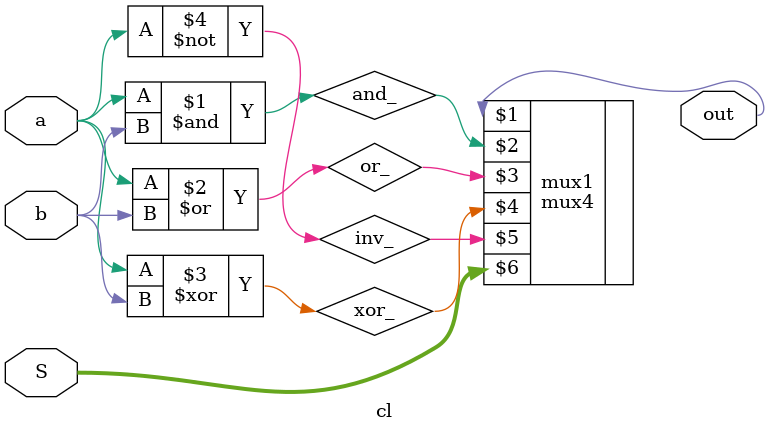
<source format=v>
module cl(output wire out, input wire a, b, input wire [1:0] S);

  wire and_, or_, xor_, inv_;

  and and1 (and_, a, b);
  or or1 (or_, a, b);
  xor xor1 (xor_, a, b);
  not not1 (inv_, a);

  mux4 mux1 (out, and_, or_, xor_, inv_, S);

endmodule 
</source>
